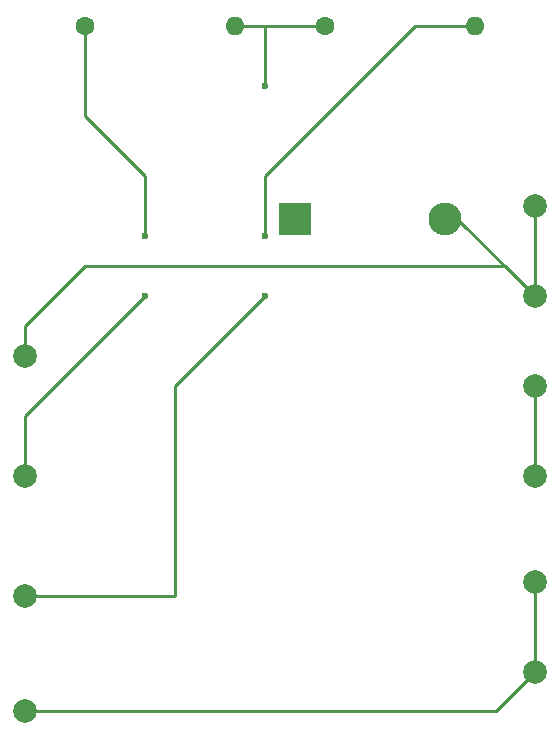
<source format=gbr>
%TF.GenerationSoftware,KiCad,Pcbnew,(7.0.0)*%
%TF.CreationDate,2023-08-25T15:34:05+02:00*%
%TF.ProjectId,JIG_THT,4a49475f-5448-4542-9e6b-696361645f70,rev?*%
%TF.SameCoordinates,Original*%
%TF.FileFunction,Copper,L1,Top*%
%TF.FilePolarity,Positive*%
%FSLAX46Y46*%
G04 Gerber Fmt 4.6, Leading zero omitted, Abs format (unit mm)*
G04 Created by KiCad (PCBNEW (7.0.0)) date 2023-08-25 15:34:05*
%MOMM*%
%LPD*%
G01*
G04 APERTURE LIST*
%TA.AperFunction,SMDPad,CuDef*%
%ADD10C,2.000000*%
%TD*%
%TA.AperFunction,ComponentPad*%
%ADD11C,1.600000*%
%TD*%
%TA.AperFunction,ComponentPad*%
%ADD12O,1.600000X1.600000*%
%TD*%
%TA.AperFunction,ComponentPad*%
%ADD13O,2.800000X2.800000*%
%TD*%
%TA.AperFunction,ComponentPad*%
%ADD14R,2.800000X2.800000*%
%TD*%
%TA.AperFunction,ViaPad*%
%ADD15C,0.600000*%
%TD*%
%TA.AperFunction,Conductor*%
%ADD16C,0.250000*%
%TD*%
%TA.AperFunction,Conductor*%
%ADD17C,0.000000*%
%TD*%
G04 APERTURE END LIST*
D10*
%TO.P,PIN 1/25/28,8*%
%TO.N,N/C*%
X81280000Y-83820000D03*
%TD*%
%TO.P,PIN 24,7*%
%TO.N,N/C*%
X81280000Y-76200000D03*
%TD*%
%TO.P,PC TX,2*%
%TO.N,N/C*%
X38100000Y-83820000D03*
%TD*%
D11*
%TO.P,R2,1*%
%TO.N,N/C*%
X63500000Y-45720000D03*
D12*
%TO.P,R2,2*%
X76199999Y-45719999D03*
%TD*%
D10*
%TO.P,PIN 20,9*%
%TO.N,N/C*%
X81280000Y-92720000D03*
%TD*%
%TO.P,PIN 14,5*%
%TO.N,N/C*%
X81280000Y-60960000D03*
%TD*%
%TO.P,PIN 22,10*%
%TO.N,N/C*%
X81280000Y-100340000D03*
%TD*%
%TO.P,PIN 17,6*%
%TO.N,N/C*%
X81280000Y-68580000D03*
%TD*%
%TO.P,5V (optional),4*%
%TO.N,N/C*%
X38100000Y-103637944D03*
%TD*%
%TO.P,PC RX,1*%
%TO.N,N/C*%
X38100000Y-73660000D03*
%TD*%
D11*
%TO.P,R1,1*%
%TO.N,N/C*%
X43180000Y-45720000D03*
D12*
%TO.P,R1,2*%
X55879999Y-45719999D03*
%TD*%
D13*
%TO.P,1n4148,2*%
%TO.N,N/C*%
X73659999Y-61999999D03*
D14*
%TO.P,1n4148,1*%
X60959999Y-61999999D03*
%TD*%
D10*
%TO.P,PC GND,3*%
%TO.N,N/C*%
X38100000Y-93980000D03*
%TD*%
D15*
%TO.N,*%
X58420000Y-68580000D03*
X58420000Y-50800000D03*
X48260000Y-68580000D03*
X48260000Y-63500000D03*
X58420000Y-63500000D03*
%TD*%
D16*
%TO.N,*%
X81280000Y-76200000D02*
X81280000Y-83820000D01*
X77982056Y-103637944D02*
X38100000Y-103637944D01*
X81280000Y-100340000D02*
X77982056Y-103637944D01*
X74700000Y-62000000D02*
X81280000Y-68580000D01*
D17*
X73660000Y-62000000D02*
X74700000Y-62000000D01*
D16*
X78740000Y-66040000D02*
X81280000Y-68580000D01*
X73660000Y-66040000D02*
X78740000Y-66040000D01*
X81280000Y-60960000D02*
X81280000Y-68580000D01*
X43180000Y-53340000D02*
X43180000Y-45720000D01*
X58420000Y-68580000D02*
X50800000Y-76200000D01*
X48260000Y-58420000D02*
X48260000Y-63500000D01*
X38100000Y-78740000D02*
X38100000Y-83820000D01*
X48260000Y-60960000D02*
X48260000Y-58420000D01*
X55880000Y-45720000D02*
X58420000Y-45720000D01*
X50800000Y-93980000D02*
X38100000Y-93980000D01*
X48260000Y-58420000D02*
X43180000Y-53340000D01*
X48260000Y-68580000D02*
X38100000Y-78740000D01*
X50800000Y-76200000D02*
X50800000Y-93980000D01*
X58420000Y-63500000D02*
X58420000Y-58420000D01*
X81280000Y-100340000D02*
X81280000Y-92720000D01*
X58420000Y-58420000D02*
X71120000Y-45720000D01*
X63500000Y-45720000D02*
X58420000Y-45720000D01*
X38100000Y-71120000D02*
X38100000Y-73660000D01*
X71120000Y-45720000D02*
X76200000Y-45720000D01*
X66040000Y-66040000D02*
X73660000Y-66040000D01*
X43180000Y-66040000D02*
X66040000Y-66040000D01*
X58420000Y-45720000D02*
X58420000Y-50800000D01*
X43180000Y-66040000D02*
X38100000Y-71120000D01*
%TD*%
M02*

</source>
